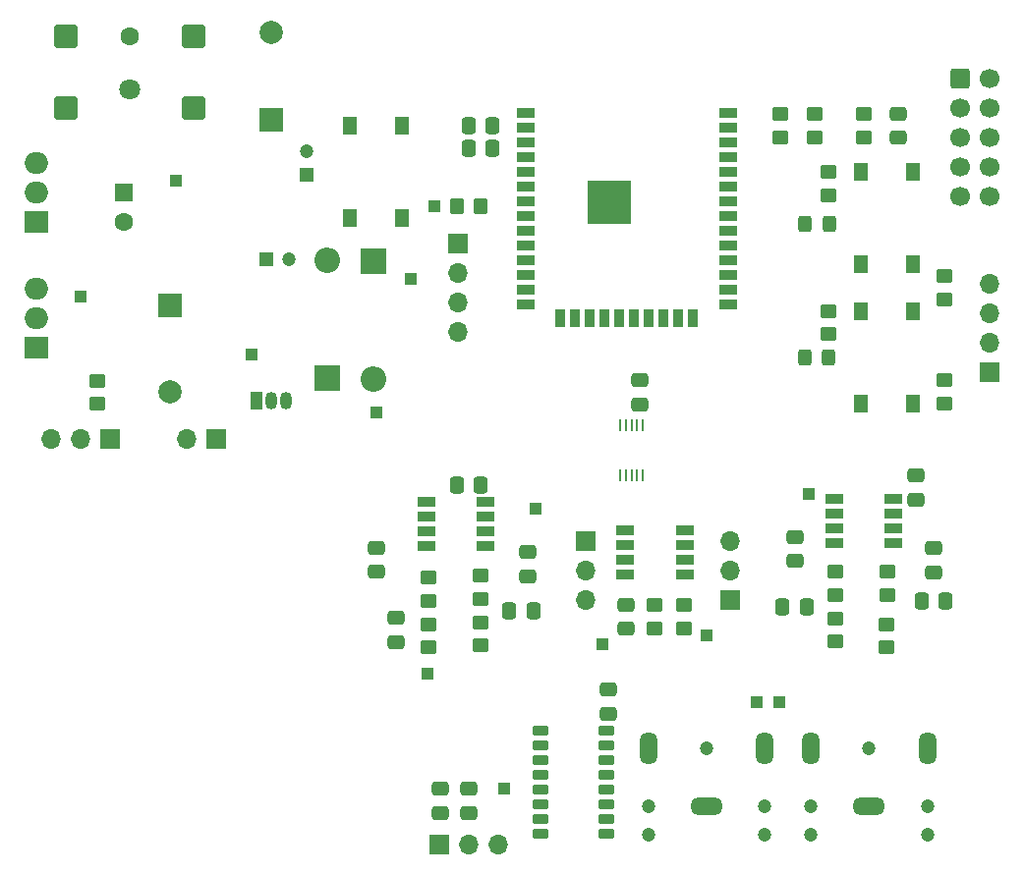
<source format=gts>
%TF.GenerationSoftware,KiCad,Pcbnew,8.0.4*%
%TF.CreationDate,2024-09-11T20:39:54+02:00*%
%TF.ProjectId,BaseBoard,42617365-426f-4617-9264-2e6b69636164,rev?*%
%TF.SameCoordinates,Original*%
%TF.FileFunction,Soldermask,Top*%
%TF.FilePolarity,Negative*%
%FSLAX46Y46*%
G04 Gerber Fmt 4.6, Leading zero omitted, Abs format (unit mm)*
G04 Created by KiCad (PCBNEW 8.0.4) date 2024-09-11 20:39:54*
%MOMM*%
%LPD*%
G01*
G04 APERTURE LIST*
G04 Aperture macros list*
%AMRoundRect*
0 Rectangle with rounded corners*
0 $1 Rounding radius*
0 $2 $3 $4 $5 $6 $7 $8 $9 X,Y pos of 4 corners*
0 Add a 4 corners polygon primitive as box body*
4,1,4,$2,$3,$4,$5,$6,$7,$8,$9,$2,$3,0*
0 Add four circle primitives for the rounded corners*
1,1,$1+$1,$2,$3*
1,1,$1+$1,$4,$5*
1,1,$1+$1,$6,$7*
1,1,$1+$1,$8,$9*
0 Add four rect primitives between the rounded corners*
20,1,$1+$1,$2,$3,$4,$5,0*
20,1,$1+$1,$4,$5,$6,$7,0*
20,1,$1+$1,$6,$7,$8,$9,0*
20,1,$1+$1,$8,$9,$2,$3,0*%
G04 Aperture macros list end*
%ADD10RoundRect,0.250000X0.450000X-0.350000X0.450000X0.350000X-0.450000X0.350000X-0.450000X-0.350000X0*%
%ADD11R,1.000000X1.000000*%
%ADD12R,2.000000X2.000000*%
%ADD13C,2.000000*%
%ADD14RoundRect,0.250000X0.475000X-0.337500X0.475000X0.337500X-0.475000X0.337500X-0.475000X-0.337500X0*%
%ADD15RoundRect,0.250000X-0.450000X0.350000X-0.450000X-0.350000X0.450000X-0.350000X0.450000X0.350000X0*%
%ADD16R,1.700000X1.700000*%
%ADD17O,1.700000X1.700000*%
%ADD18RoundRect,0.250000X-0.337500X-0.475000X0.337500X-0.475000X0.337500X0.475000X-0.337500X0.475000X0*%
%ADD19R,1.200000X1.200000*%
%ADD20C,1.200000*%
%ADD21O,2.820000X1.512000*%
%ADD22O,1.512000X2.820000*%
%ADD23R,1.600000X1.600000*%
%ADD24C,1.600000*%
%ADD25R,2.000000X1.905000*%
%ADD26O,2.000000X1.905000*%
%ADD27RoundRect,0.250000X0.337500X0.475000X-0.337500X0.475000X-0.337500X-0.475000X0.337500X-0.475000X0*%
%ADD28RoundRect,0.250000X0.325000X0.450000X-0.325000X0.450000X-0.325000X-0.450000X0.325000X-0.450000X0*%
%ADD29R,1.300000X1.550000*%
%ADD30RoundRect,0.102000X0.700000X0.300000X-0.700000X0.300000X-0.700000X-0.300000X0.700000X-0.300000X0*%
%ADD31R,1.500000X0.900000*%
%ADD32R,0.900000X1.500000*%
%ADD33C,0.600000*%
%ADD34R,3.800000X3.800000*%
%ADD35C,1.800000*%
%ADD36RoundRect,0.250000X0.750000X0.750000X-0.750000X0.750000X-0.750000X-0.750000X0.750000X-0.750000X0*%
%ADD37R,0.250000X1.100000*%
%ADD38RoundRect,0.250000X0.350000X0.450000X-0.350000X0.450000X-0.350000X-0.450000X0.350000X-0.450000X0*%
%ADD39RoundRect,0.250000X-0.475000X0.337500X-0.475000X-0.337500X0.475000X-0.337500X0.475000X0.337500X0*%
%ADD40RoundRect,0.250000X-0.600000X-0.600000X0.600000X-0.600000X0.600000X0.600000X-0.600000X0.600000X0*%
%ADD41C,1.700000*%
%ADD42RoundRect,0.102000X-0.700000X-0.300000X0.700000X-0.300000X0.700000X0.300000X-0.700000X0.300000X0*%
%ADD43R,2.200000X2.200000*%
%ADD44O,2.200000X2.200000*%
%ADD45RoundRect,0.102000X-0.600000X0.300000X-0.600000X-0.300000X0.600000X-0.300000X0.600000X0.300000X0*%
%ADD46R,1.050000X1.500000*%
%ADD47O,1.050000X1.500000*%
G04 APERTURE END LIST*
D10*
%TO.C,R16*%
X145019250Y-109837500D03*
X145019250Y-107837500D03*
%TD*%
D11*
%TO.C,TP15*%
X155500000Y-113750000D03*
%TD*%
D12*
%TO.C,C1*%
X127000000Y-68500000D03*
D13*
X127000000Y-61000000D03*
%TD*%
D10*
%TO.C,R11*%
X175000000Y-75000000D03*
X175000000Y-73000000D03*
%TD*%
D14*
%TO.C,C16*%
X149019250Y-107875000D03*
X149019250Y-105800000D03*
%TD*%
D11*
%TO.C,TP2*%
X118750000Y-73750000D03*
%TD*%
D15*
%TO.C,R19*%
X173750000Y-68000000D03*
X173750000Y-70000000D03*
%TD*%
D16*
%TO.C,RV2*%
X166519250Y-109917500D03*
D17*
X166519250Y-107377500D03*
X166519250Y-104837500D03*
%TD*%
D16*
%TO.C,J2*%
X113080000Y-96000000D03*
D17*
X110540000Y-96000000D03*
X108000000Y-96000000D03*
%TD*%
D11*
%TO.C,TP14*%
X164500000Y-113000000D03*
%TD*%
D18*
%TO.C,C14*%
X142925000Y-100000000D03*
X145000000Y-100000000D03*
%TD*%
D19*
%TO.C,C18*%
X130000000Y-73250000D03*
D20*
X130000000Y-71250000D03*
%TD*%
%TO.C,J5*%
X173480750Y-127662500D03*
X173480750Y-130162500D03*
X178480750Y-122662500D03*
X183480750Y-127662500D03*
X183480750Y-130162500D03*
D21*
X178480750Y-127662500D03*
D22*
X183480750Y-122662500D03*
X173480750Y-122662500D03*
%TD*%
D23*
%TO.C,C2*%
X114250000Y-74817621D03*
D24*
X114250000Y-77317621D03*
%TD*%
D25*
%TO.C,U2*%
X106695000Y-88172323D03*
D26*
X106695000Y-85632323D03*
X106695000Y-83092323D03*
%TD*%
D27*
%TO.C,C7*%
X173094250Y-110500000D03*
X171019250Y-110500000D03*
%TD*%
D11*
%TO.C,TP6*%
X147040000Y-126162500D03*
%TD*%
D10*
%TO.C,R4*%
X180000000Y-114000000D03*
X180000000Y-112000000D03*
%TD*%
%TO.C,R1*%
X175556750Y-109500000D03*
X175556750Y-107500000D03*
%TD*%
D27*
%TO.C,C13*%
X146037500Y-71000000D03*
X143962500Y-71000000D03*
%TD*%
D11*
%TO.C,TP9*%
X125250000Y-88750000D03*
%TD*%
D10*
%TO.C,R12*%
X175000000Y-87000000D03*
X175000000Y-85000000D03*
%TD*%
%TO.C,R3*%
X175556750Y-113500000D03*
X175556750Y-111500000D03*
%TD*%
%TO.C,R15*%
X140519250Y-110000000D03*
X140519250Y-108000000D03*
%TD*%
D28*
%TO.C,D7*%
X175000000Y-89000000D03*
X172950000Y-89000000D03*
%TD*%
D11*
%TO.C,TP4*%
X149750000Y-102000000D03*
%TD*%
D16*
%TO.C,J3*%
X141475000Y-130975000D03*
D17*
X144015000Y-130975000D03*
X146555000Y-130975000D03*
%TD*%
D19*
%TO.C,C19*%
X126527401Y-80500000D03*
D20*
X128527401Y-80500000D03*
%TD*%
D29*
%TO.C,PB1*%
X182250000Y-85000000D03*
X182250000Y-92950000D03*
X177750000Y-85000000D03*
X177750000Y-92950000D03*
%TD*%
D30*
%TO.C,U4*%
X162592250Y-107742500D03*
X162592250Y-106472500D03*
X162592250Y-105202500D03*
X162592250Y-103932500D03*
X157446250Y-103932500D03*
X157446250Y-105202500D03*
X157446250Y-106472500D03*
X157446250Y-107742500D03*
%TD*%
D31*
%TO.C,U3*%
X148850000Y-67880000D03*
X148850000Y-69150000D03*
X148850000Y-70420000D03*
X148850000Y-71690000D03*
X148850000Y-72960000D03*
X148850000Y-74230000D03*
X148850000Y-75500000D03*
X148850000Y-76770000D03*
X148850000Y-78040000D03*
X148850000Y-79310000D03*
X148850000Y-80580000D03*
X148850000Y-81850000D03*
X148850000Y-83120000D03*
X148850000Y-84390000D03*
D32*
X151890000Y-85640000D03*
X153160000Y-85640000D03*
X154430000Y-85640000D03*
X155700000Y-85640000D03*
X156970000Y-85640000D03*
X158240000Y-85640000D03*
X159510000Y-85640000D03*
X160780000Y-85640000D03*
X162050000Y-85640000D03*
X163320000Y-85640000D03*
D31*
X166350000Y-84390000D03*
X166350000Y-83120000D03*
X166350000Y-81850000D03*
X166350000Y-80580000D03*
X166350000Y-79310000D03*
X166350000Y-78040000D03*
X166350000Y-76770000D03*
X166350000Y-75500000D03*
X166350000Y-74230000D03*
X166350000Y-72960000D03*
X166350000Y-71690000D03*
X166350000Y-70420000D03*
X166350000Y-69150000D03*
X166350000Y-67880000D03*
D33*
X154700000Y-74900000D03*
X154700000Y-76300000D03*
X155400000Y-74200000D03*
X155400000Y-75600000D03*
X155400000Y-77000000D03*
X156075000Y-74900000D03*
X156075000Y-76300000D03*
D34*
X156100000Y-75600000D03*
D33*
X156800000Y-74200000D03*
X156800000Y-75600000D03*
X156800000Y-77000000D03*
X157500000Y-74900000D03*
X157500000Y-76300000D03*
%TD*%
D14*
%TO.C,C17*%
X156000000Y-119700000D03*
X156000000Y-117625000D03*
%TD*%
D15*
%TO.C,R5*%
X112000000Y-91000000D03*
X112000000Y-93000000D03*
%TD*%
D14*
%TO.C,C11*%
X158750000Y-93037500D03*
X158750000Y-90962500D03*
%TD*%
D11*
%TO.C,TP5*%
X173250000Y-100750000D03*
%TD*%
D14*
%TO.C,C20*%
X137750000Y-113537500D03*
X137750000Y-111462500D03*
%TD*%
D35*
%TO.C,J1*%
X114750000Y-65850000D03*
D24*
X114750000Y-61350000D03*
D36*
X120250000Y-67500000D03*
X120250000Y-61350000D03*
X109250000Y-61350000D03*
X109250000Y-67500000D03*
%TD*%
D37*
%TO.C,U6*%
X157000000Y-99150000D03*
X157500000Y-99150000D03*
X158000000Y-99150000D03*
X158500000Y-99150000D03*
X159000000Y-99150000D03*
X159000000Y-94850000D03*
X158500000Y-94850000D03*
X158000000Y-94850000D03*
X157500000Y-94850000D03*
X157000000Y-94850000D03*
%TD*%
D14*
%TO.C,C21*%
X144000000Y-128287500D03*
X144000000Y-126212500D03*
%TD*%
D11*
%TO.C,TP13*%
X170750000Y-118750000D03*
%TD*%
D16*
%TO.C,RV1*%
X154019250Y-104837500D03*
D17*
X154019250Y-107377500D03*
X154019250Y-109917500D03*
%TD*%
D11*
%TO.C,TP10*%
X141000000Y-76000000D03*
%TD*%
D38*
%TO.C,R10*%
X145000000Y-76000000D03*
X143000000Y-76000000D03*
%TD*%
D14*
%TO.C,C4*%
X182519250Y-101257500D03*
X182519250Y-99182500D03*
%TD*%
D16*
%TO.C,J8*%
X188850000Y-90250000D03*
D17*
X188850000Y-87710000D03*
X188850000Y-85170000D03*
X188850000Y-82630000D03*
%TD*%
D39*
%TO.C,C10*%
X157519250Y-110300000D03*
X157519250Y-112375000D03*
%TD*%
D15*
%TO.C,R9*%
X160019250Y-110337500D03*
X160019250Y-112337500D03*
%TD*%
D20*
%TO.C,J4*%
X159480750Y-127662500D03*
X159480750Y-130162500D03*
X164480750Y-122662500D03*
X169480750Y-127662500D03*
X169480750Y-130162500D03*
D21*
X164480750Y-127662500D03*
D22*
X169480750Y-122662500D03*
X159480750Y-122662500D03*
%TD*%
D15*
%TO.C,R20*%
X170800000Y-68000000D03*
X170800000Y-70000000D03*
%TD*%
D40*
%TO.C,J7*%
X186302500Y-64920000D03*
D41*
X188842500Y-64920000D03*
X186302500Y-67460000D03*
X188842500Y-67460000D03*
X186302500Y-70000000D03*
X188842500Y-70000000D03*
X186302500Y-72540000D03*
X188842500Y-72540000D03*
X186302500Y-75080000D03*
X188842500Y-75080000D03*
%TD*%
D16*
%TO.C,J9*%
X143025000Y-79200000D03*
D17*
X143025000Y-81740000D03*
X143025000Y-84280000D03*
X143025000Y-86820000D03*
%TD*%
D28*
%TO.C,D8*%
X175025000Y-77500000D03*
X172975000Y-77500000D03*
%TD*%
D27*
%TO.C,C12*%
X146037500Y-69000000D03*
X143962500Y-69000000D03*
%TD*%
D10*
%TO.C,R17*%
X140519250Y-114000000D03*
X140519250Y-112000000D03*
%TD*%
D42*
%TO.C,U5*%
X175446250Y-101190000D03*
X175446250Y-102460000D03*
X175446250Y-103730000D03*
X175446250Y-105000000D03*
X180592250Y-105000000D03*
X180592250Y-103730000D03*
X180592250Y-102460000D03*
X180592250Y-101190000D03*
%TD*%
D43*
%TO.C,D6*%
X135750000Y-80670000D03*
D44*
X135750000Y-90830000D03*
%TD*%
D15*
%TO.C,R2*%
X180019250Y-107500000D03*
X180019250Y-109500000D03*
%TD*%
%TO.C,R8*%
X178000000Y-68000000D03*
X178000000Y-70000000D03*
%TD*%
D11*
%TO.C,TP12*%
X139000000Y-82250000D03*
%TD*%
D14*
%TO.C,C9*%
X141500000Y-128287500D03*
X141500000Y-126212500D03*
%TD*%
%TO.C,C6*%
X184019250Y-107537500D03*
X184019250Y-105462500D03*
%TD*%
D16*
%TO.C,J6*%
X122250000Y-96000000D03*
D17*
X119710000Y-96000000D03*
%TD*%
D11*
%TO.C,TP3*%
X110500000Y-83750000D03*
%TD*%
D10*
%TO.C,R18*%
X145019250Y-113837500D03*
X145019250Y-111837500D03*
%TD*%
%TO.C,R7*%
X185000000Y-92975000D03*
X185000000Y-90975000D03*
%TD*%
D14*
%TO.C,C15*%
X136019250Y-107500000D03*
X136019250Y-105425000D03*
%TD*%
D10*
%TO.C,R6*%
X185000000Y-84000000D03*
X185000000Y-82000000D03*
%TD*%
D18*
%TO.C,C22*%
X147462500Y-110837500D03*
X149537500Y-110837500D03*
%TD*%
D45*
%TO.C,U7*%
X150200000Y-121217500D03*
X150200000Y-122487500D03*
X150200000Y-123757500D03*
X150200000Y-125027500D03*
X150200000Y-126297500D03*
X150200000Y-127567500D03*
X150200000Y-128837500D03*
X150200000Y-130107500D03*
X155800000Y-130107500D03*
X155800000Y-128837500D03*
X155800000Y-127567500D03*
X155800000Y-126297500D03*
X155800000Y-125027500D03*
X155800000Y-123757500D03*
X155800000Y-122487500D03*
X155800000Y-121217500D03*
%TD*%
D42*
%TO.C,U8*%
X140300250Y-101412500D03*
X140300250Y-102682500D03*
X140300250Y-103952500D03*
X140300250Y-105222500D03*
X145446250Y-105222500D03*
X145446250Y-103952500D03*
X145446250Y-102682500D03*
X145446250Y-101412500D03*
%TD*%
D18*
%TO.C,C8*%
X182981750Y-110000000D03*
X185056750Y-110000000D03*
%TD*%
D29*
%TO.C,PB0*%
X182250000Y-73025000D03*
X182250000Y-80975000D03*
X177750000Y-73025000D03*
X177750000Y-80975000D03*
%TD*%
D11*
%TO.C,TP8*%
X140446250Y-116250000D03*
%TD*%
%TO.C,TP11*%
X136000000Y-93750000D03*
%TD*%
D25*
%TO.C,U1*%
X106695000Y-77290000D03*
D26*
X106695000Y-74750000D03*
X106695000Y-72210000D03*
%TD*%
D11*
%TO.C,TP7*%
X168750000Y-118750000D03*
%TD*%
D12*
%TO.C,C3*%
X118250000Y-84500000D03*
D13*
X118250000Y-92000000D03*
%TD*%
D15*
%TO.C,R14*%
X162519250Y-110337500D03*
X162519250Y-112337500D03*
%TD*%
D14*
%TO.C,C5*%
X172056750Y-106537500D03*
X172056750Y-104462500D03*
%TD*%
D46*
%TO.C,Q1*%
X125730000Y-92750000D03*
D47*
X127000000Y-92750000D03*
X128270000Y-92750000D03*
%TD*%
D43*
%TO.C,D5*%
X131750000Y-90750000D03*
D44*
X131750000Y-80590000D03*
%TD*%
D29*
%TO.C,EN1*%
X133750000Y-76975000D03*
X133750000Y-69025000D03*
X138250000Y-76975000D03*
X138250000Y-69025000D03*
%TD*%
D39*
%TO.C,C23*%
X181000000Y-67962500D03*
X181000000Y-70037500D03*
%TD*%
M02*

</source>
